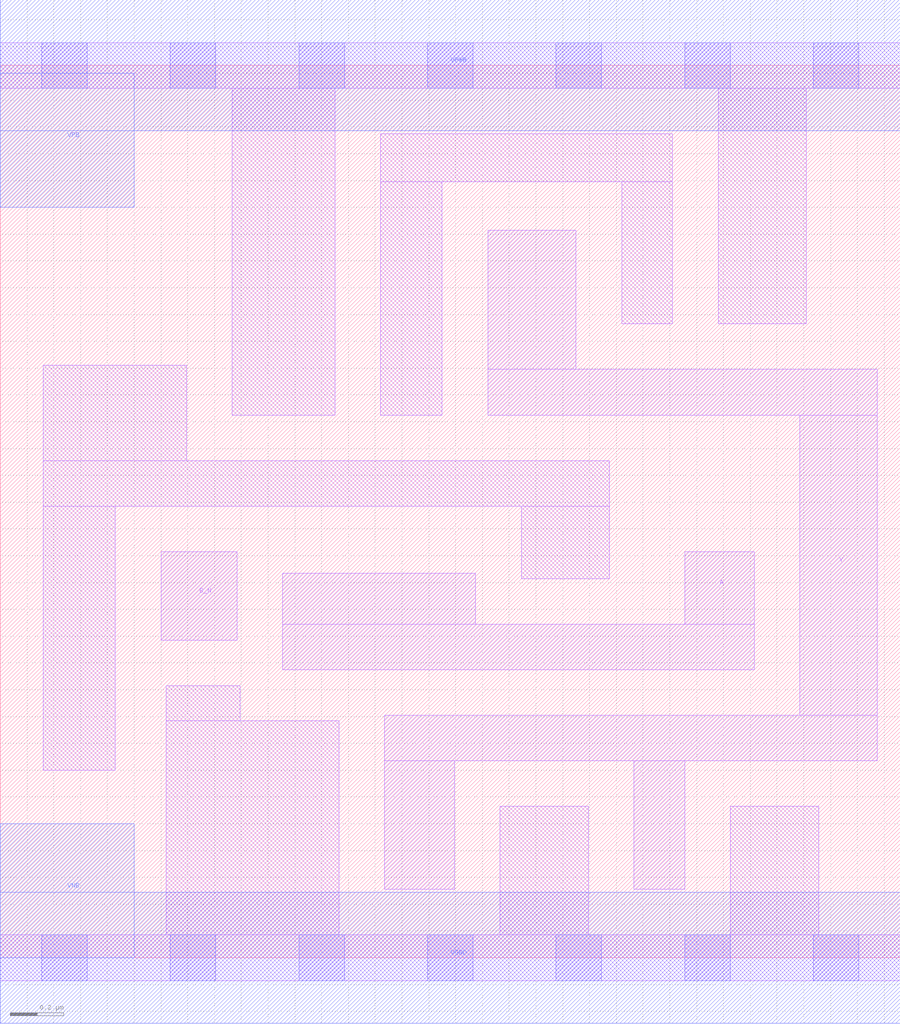
<source format=lef>
# Copyright 2020 The SkyWater PDK Authors
#
# Licensed under the Apache License, Version 2.0 (the "License");
# you may not use this file except in compliance with the License.
# You may obtain a copy of the License at
#
#     https://www.apache.org/licenses/LICENSE-2.0
#
# Unless required by applicable law or agreed to in writing, software
# distributed under the License is distributed on an "AS IS" BASIS,
# WITHOUT WARRANTIES OR CONDITIONS OF ANY KIND, either express or implied.
# See the License for the specific language governing permissions and
# limitations under the License.
#
# SPDX-License-Identifier: Apache-2.0

VERSION 5.5 ;
NAMESCASESENSITIVE ON ;
BUSBITCHARS "[]" ;
DIVIDERCHAR "/" ;
MACRO sky130_fd_sc_lp__nor2b_2
  CLASS CORE ;
  SOURCE USER ;
  ORIGIN  0.000000  0.000000 ;
  SIZE  3.360000 BY  3.330000 ;
  SYMMETRY X Y R90 ;
  SITE unit ;
  PIN A
    ANTENNAGATEAREA  0.630000 ;
    DIRECTION INPUT ;
    USE SIGNAL ;
    PORT
      LAYER li1 ;
        RECT 1.055000 1.075000 2.815000 1.245000 ;
        RECT 1.055000 1.245000 1.775000 1.435000 ;
        RECT 2.555000 1.245000 2.815000 1.515000 ;
    END
  END A
  PIN B_N
    ANTENNAGATEAREA  0.126000 ;
    DIRECTION INPUT ;
    USE SIGNAL ;
    PORT
      LAYER li1 ;
        RECT 0.600000 1.185000 0.885000 1.515000 ;
    END
  END B_N
  PIN Y
    ANTENNADIFFAREA  0.823200 ;
    DIRECTION OUTPUT ;
    USE SIGNAL ;
    PORT
      LAYER li1 ;
        RECT 1.435000 0.255000 1.695000 0.735000 ;
        RECT 1.435000 0.735000 3.275000 0.905000 ;
        RECT 1.820000 2.025000 3.275000 2.195000 ;
        RECT 1.820000 2.195000 2.150000 2.715000 ;
        RECT 2.365000 0.255000 2.555000 0.735000 ;
        RECT 2.985000 0.905000 3.275000 2.025000 ;
    END
  END Y
  PIN VGND
    DIRECTION INOUT ;
    USE GROUND ;
    PORT
      LAYER met1 ;
        RECT 0.000000 -0.245000 3.360000 0.245000 ;
    END
  END VGND
  PIN VNB
    DIRECTION INOUT ;
    USE GROUND ;
    PORT
      LAYER met1 ;
        RECT 0.000000 0.000000 0.500000 0.500000 ;
    END
  END VNB
  PIN VPB
    DIRECTION INOUT ;
    USE POWER ;
    PORT
      LAYER met1 ;
        RECT 0.000000 2.800000 0.500000 3.300000 ;
    END
  END VPB
  PIN VPWR
    DIRECTION INOUT ;
    USE POWER ;
    PORT
      LAYER met1 ;
        RECT 0.000000 3.085000 3.360000 3.575000 ;
    END
  END VPWR
  OBS
    LAYER li1 ;
      RECT 0.000000 -0.085000 3.360000 0.085000 ;
      RECT 0.000000  3.245000 3.360000 3.415000 ;
      RECT 0.160000  0.700000 0.430000 1.685000 ;
      RECT 0.160000  1.685000 2.275000 1.855000 ;
      RECT 0.160000  1.855000 0.695000 2.210000 ;
      RECT 0.620000  0.085000 1.265000 0.885000 ;
      RECT 0.620000  0.885000 0.895000 1.015000 ;
      RECT 0.865000  2.025000 1.250000 3.245000 ;
      RECT 1.420000  2.025000 1.650000 2.895000 ;
      RECT 1.420000  2.895000 2.510000 3.075000 ;
      RECT 1.865000  0.085000 2.195000 0.565000 ;
      RECT 1.945000  1.415000 2.275000 1.685000 ;
      RECT 2.320000  2.365000 2.510000 2.895000 ;
      RECT 2.680000  2.365000 3.010000 3.245000 ;
      RECT 2.725000  0.085000 3.055000 0.565000 ;
    LAYER mcon ;
      RECT 0.155000 -0.085000 0.325000 0.085000 ;
      RECT 0.155000  3.245000 0.325000 3.415000 ;
      RECT 0.635000 -0.085000 0.805000 0.085000 ;
      RECT 0.635000  3.245000 0.805000 3.415000 ;
      RECT 1.115000 -0.085000 1.285000 0.085000 ;
      RECT 1.115000  3.245000 1.285000 3.415000 ;
      RECT 1.595000 -0.085000 1.765000 0.085000 ;
      RECT 1.595000  3.245000 1.765000 3.415000 ;
      RECT 2.075000 -0.085000 2.245000 0.085000 ;
      RECT 2.075000  3.245000 2.245000 3.415000 ;
      RECT 2.555000 -0.085000 2.725000 0.085000 ;
      RECT 2.555000  3.245000 2.725000 3.415000 ;
      RECT 3.035000 -0.085000 3.205000 0.085000 ;
      RECT 3.035000  3.245000 3.205000 3.415000 ;
  END
END sky130_fd_sc_lp__nor2b_2

</source>
